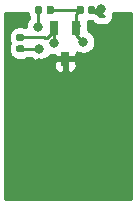
<source format=gbl>
G04 #@! TF.GenerationSoftware,KiCad,Pcbnew,5.1.2-1.fc30*
G04 #@! TF.CreationDate,2019-07-15T00:45:36+02:00*
G04 #@! TF.ProjectId,BadUSB,42616455-5342-42e6-9b69-6361645f7063,rev?*
G04 #@! TF.SameCoordinates,Original*
G04 #@! TF.FileFunction,Copper,L2,Bot*
G04 #@! TF.FilePolarity,Positive*
%FSLAX46Y46*%
G04 Gerber Fmt 4.6, Leading zero omitted, Abs format (unit mm)*
G04 Created by KiCad (PCBNEW 5.1.2-1.fc30) date 2019-07-15 00:45:36*
%MOMM*%
%LPD*%
G04 APERTURE LIST*
%ADD10R,0.650000X1.220000*%
%ADD11C,0.100000*%
%ADD12C,0.590000*%
%ADD13C,0.800000*%
%ADD14C,0.250000*%
%ADD15C,0.254000*%
G04 APERTURE END LIST*
D10*
X92218933Y-46842592D03*
X93168933Y-44222592D03*
X91268933Y-44222592D03*
D11*
G36*
X88595891Y-45723302D02*
G01*
X88610209Y-45725426D01*
X88624250Y-45728943D01*
X88637879Y-45733820D01*
X88650964Y-45740009D01*
X88663380Y-45747450D01*
X88675006Y-45756073D01*
X88685731Y-45765794D01*
X88695452Y-45776519D01*
X88704075Y-45788145D01*
X88711516Y-45800561D01*
X88717705Y-45813646D01*
X88722582Y-45827275D01*
X88726099Y-45841316D01*
X88728223Y-45855634D01*
X88728933Y-45870092D01*
X88728933Y-46165092D01*
X88728223Y-46179550D01*
X88726099Y-46193868D01*
X88722582Y-46207909D01*
X88717705Y-46221538D01*
X88711516Y-46234623D01*
X88704075Y-46247039D01*
X88695452Y-46258665D01*
X88685731Y-46269390D01*
X88675006Y-46279111D01*
X88663380Y-46287734D01*
X88650964Y-46295175D01*
X88637879Y-46301364D01*
X88624250Y-46306241D01*
X88610209Y-46309758D01*
X88595891Y-46311882D01*
X88581433Y-46312592D01*
X88236433Y-46312592D01*
X88221975Y-46311882D01*
X88207657Y-46309758D01*
X88193616Y-46306241D01*
X88179987Y-46301364D01*
X88166902Y-46295175D01*
X88154486Y-46287734D01*
X88142860Y-46279111D01*
X88132135Y-46269390D01*
X88122414Y-46258665D01*
X88113791Y-46247039D01*
X88106350Y-46234623D01*
X88100161Y-46221538D01*
X88095284Y-46207909D01*
X88091767Y-46193868D01*
X88089643Y-46179550D01*
X88088933Y-46165092D01*
X88088933Y-45870092D01*
X88089643Y-45855634D01*
X88091767Y-45841316D01*
X88095284Y-45827275D01*
X88100161Y-45813646D01*
X88106350Y-45800561D01*
X88113791Y-45788145D01*
X88122414Y-45776519D01*
X88132135Y-45765794D01*
X88142860Y-45756073D01*
X88154486Y-45747450D01*
X88166902Y-45740009D01*
X88179987Y-45733820D01*
X88193616Y-45728943D01*
X88207657Y-45725426D01*
X88221975Y-45723302D01*
X88236433Y-45722592D01*
X88581433Y-45722592D01*
X88595891Y-45723302D01*
X88595891Y-45723302D01*
G37*
D12*
X88408933Y-46017592D03*
D11*
G36*
X88595891Y-44753302D02*
G01*
X88610209Y-44755426D01*
X88624250Y-44758943D01*
X88637879Y-44763820D01*
X88650964Y-44770009D01*
X88663380Y-44777450D01*
X88675006Y-44786073D01*
X88685731Y-44795794D01*
X88695452Y-44806519D01*
X88704075Y-44818145D01*
X88711516Y-44830561D01*
X88717705Y-44843646D01*
X88722582Y-44857275D01*
X88726099Y-44871316D01*
X88728223Y-44885634D01*
X88728933Y-44900092D01*
X88728933Y-45195092D01*
X88728223Y-45209550D01*
X88726099Y-45223868D01*
X88722582Y-45237909D01*
X88717705Y-45251538D01*
X88711516Y-45264623D01*
X88704075Y-45277039D01*
X88695452Y-45288665D01*
X88685731Y-45299390D01*
X88675006Y-45309111D01*
X88663380Y-45317734D01*
X88650964Y-45325175D01*
X88637879Y-45331364D01*
X88624250Y-45336241D01*
X88610209Y-45339758D01*
X88595891Y-45341882D01*
X88581433Y-45342592D01*
X88236433Y-45342592D01*
X88221975Y-45341882D01*
X88207657Y-45339758D01*
X88193616Y-45336241D01*
X88179987Y-45331364D01*
X88166902Y-45325175D01*
X88154486Y-45317734D01*
X88142860Y-45309111D01*
X88132135Y-45299390D01*
X88122414Y-45288665D01*
X88113791Y-45277039D01*
X88106350Y-45264623D01*
X88100161Y-45251538D01*
X88095284Y-45237909D01*
X88091767Y-45223868D01*
X88089643Y-45209550D01*
X88088933Y-45195092D01*
X88088933Y-44900092D01*
X88089643Y-44885634D01*
X88091767Y-44871316D01*
X88095284Y-44857275D01*
X88100161Y-44843646D01*
X88106350Y-44830561D01*
X88113791Y-44818145D01*
X88122414Y-44806519D01*
X88132135Y-44795794D01*
X88142860Y-44786073D01*
X88154486Y-44777450D01*
X88166902Y-44770009D01*
X88179987Y-44763820D01*
X88193616Y-44758943D01*
X88207657Y-44755426D01*
X88221975Y-44753302D01*
X88236433Y-44752592D01*
X88581433Y-44752592D01*
X88595891Y-44753302D01*
X88595891Y-44753302D01*
G37*
D12*
X88408933Y-45047592D03*
D11*
G36*
X90140891Y-42403302D02*
G01*
X90155209Y-42405426D01*
X90169250Y-42408943D01*
X90182879Y-42413820D01*
X90195964Y-42420009D01*
X90208380Y-42427450D01*
X90220006Y-42436073D01*
X90230731Y-42445794D01*
X90240452Y-42456519D01*
X90249075Y-42468145D01*
X90256516Y-42480561D01*
X90262705Y-42493646D01*
X90267582Y-42507275D01*
X90271099Y-42521316D01*
X90273223Y-42535634D01*
X90273933Y-42550092D01*
X90273933Y-42895092D01*
X90273223Y-42909550D01*
X90271099Y-42923868D01*
X90267582Y-42937909D01*
X90262705Y-42951538D01*
X90256516Y-42964623D01*
X90249075Y-42977039D01*
X90240452Y-42988665D01*
X90230731Y-42999390D01*
X90220006Y-43009111D01*
X90208380Y-43017734D01*
X90195964Y-43025175D01*
X90182879Y-43031364D01*
X90169250Y-43036241D01*
X90155209Y-43039758D01*
X90140891Y-43041882D01*
X90126433Y-43042592D01*
X89831433Y-43042592D01*
X89816975Y-43041882D01*
X89802657Y-43039758D01*
X89788616Y-43036241D01*
X89774987Y-43031364D01*
X89761902Y-43025175D01*
X89749486Y-43017734D01*
X89737860Y-43009111D01*
X89727135Y-42999390D01*
X89717414Y-42988665D01*
X89708791Y-42977039D01*
X89701350Y-42964623D01*
X89695161Y-42951538D01*
X89690284Y-42937909D01*
X89686767Y-42923868D01*
X89684643Y-42909550D01*
X89683933Y-42895092D01*
X89683933Y-42550092D01*
X89684643Y-42535634D01*
X89686767Y-42521316D01*
X89690284Y-42507275D01*
X89695161Y-42493646D01*
X89701350Y-42480561D01*
X89708791Y-42468145D01*
X89717414Y-42456519D01*
X89727135Y-42445794D01*
X89737860Y-42436073D01*
X89749486Y-42427450D01*
X89761902Y-42420009D01*
X89774987Y-42413820D01*
X89788616Y-42408943D01*
X89802657Y-42405426D01*
X89816975Y-42403302D01*
X89831433Y-42402592D01*
X90126433Y-42402592D01*
X90140891Y-42403302D01*
X90140891Y-42403302D01*
G37*
D12*
X89978933Y-42722592D03*
D11*
G36*
X91110891Y-42403302D02*
G01*
X91125209Y-42405426D01*
X91139250Y-42408943D01*
X91152879Y-42413820D01*
X91165964Y-42420009D01*
X91178380Y-42427450D01*
X91190006Y-42436073D01*
X91200731Y-42445794D01*
X91210452Y-42456519D01*
X91219075Y-42468145D01*
X91226516Y-42480561D01*
X91232705Y-42493646D01*
X91237582Y-42507275D01*
X91241099Y-42521316D01*
X91243223Y-42535634D01*
X91243933Y-42550092D01*
X91243933Y-42895092D01*
X91243223Y-42909550D01*
X91241099Y-42923868D01*
X91237582Y-42937909D01*
X91232705Y-42951538D01*
X91226516Y-42964623D01*
X91219075Y-42977039D01*
X91210452Y-42988665D01*
X91200731Y-42999390D01*
X91190006Y-43009111D01*
X91178380Y-43017734D01*
X91165964Y-43025175D01*
X91152879Y-43031364D01*
X91139250Y-43036241D01*
X91125209Y-43039758D01*
X91110891Y-43041882D01*
X91096433Y-43042592D01*
X90801433Y-43042592D01*
X90786975Y-43041882D01*
X90772657Y-43039758D01*
X90758616Y-43036241D01*
X90744987Y-43031364D01*
X90731902Y-43025175D01*
X90719486Y-43017734D01*
X90707860Y-43009111D01*
X90697135Y-42999390D01*
X90687414Y-42988665D01*
X90678791Y-42977039D01*
X90671350Y-42964623D01*
X90665161Y-42951538D01*
X90660284Y-42937909D01*
X90656767Y-42923868D01*
X90654643Y-42909550D01*
X90653933Y-42895092D01*
X90653933Y-42550092D01*
X90654643Y-42535634D01*
X90656767Y-42521316D01*
X90660284Y-42507275D01*
X90665161Y-42493646D01*
X90671350Y-42480561D01*
X90678791Y-42468145D01*
X90687414Y-42456519D01*
X90697135Y-42445794D01*
X90707860Y-42436073D01*
X90719486Y-42427450D01*
X90731902Y-42420009D01*
X90744987Y-42413820D01*
X90758616Y-42408943D01*
X90772657Y-42405426D01*
X90786975Y-42403302D01*
X90801433Y-42402592D01*
X91096433Y-42402592D01*
X91110891Y-42403302D01*
X91110891Y-42403302D01*
G37*
D12*
X90948933Y-42722592D03*
D11*
G36*
X94620891Y-42403302D02*
G01*
X94635209Y-42405426D01*
X94649250Y-42408943D01*
X94662879Y-42413820D01*
X94675964Y-42420009D01*
X94688380Y-42427450D01*
X94700006Y-42436073D01*
X94710731Y-42445794D01*
X94720452Y-42456519D01*
X94729075Y-42468145D01*
X94736516Y-42480561D01*
X94742705Y-42493646D01*
X94747582Y-42507275D01*
X94751099Y-42521316D01*
X94753223Y-42535634D01*
X94753933Y-42550092D01*
X94753933Y-42895092D01*
X94753223Y-42909550D01*
X94751099Y-42923868D01*
X94747582Y-42937909D01*
X94742705Y-42951538D01*
X94736516Y-42964623D01*
X94729075Y-42977039D01*
X94720452Y-42988665D01*
X94710731Y-42999390D01*
X94700006Y-43009111D01*
X94688380Y-43017734D01*
X94675964Y-43025175D01*
X94662879Y-43031364D01*
X94649250Y-43036241D01*
X94635209Y-43039758D01*
X94620891Y-43041882D01*
X94606433Y-43042592D01*
X94311433Y-43042592D01*
X94296975Y-43041882D01*
X94282657Y-43039758D01*
X94268616Y-43036241D01*
X94254987Y-43031364D01*
X94241902Y-43025175D01*
X94229486Y-43017734D01*
X94217860Y-43009111D01*
X94207135Y-42999390D01*
X94197414Y-42988665D01*
X94188791Y-42977039D01*
X94181350Y-42964623D01*
X94175161Y-42951538D01*
X94170284Y-42937909D01*
X94166767Y-42923868D01*
X94164643Y-42909550D01*
X94163933Y-42895092D01*
X94163933Y-42550092D01*
X94164643Y-42535634D01*
X94166767Y-42521316D01*
X94170284Y-42507275D01*
X94175161Y-42493646D01*
X94181350Y-42480561D01*
X94188791Y-42468145D01*
X94197414Y-42456519D01*
X94207135Y-42445794D01*
X94217860Y-42436073D01*
X94229486Y-42427450D01*
X94241902Y-42420009D01*
X94254987Y-42413820D01*
X94268616Y-42408943D01*
X94282657Y-42405426D01*
X94296975Y-42403302D01*
X94311433Y-42402592D01*
X94606433Y-42402592D01*
X94620891Y-42403302D01*
X94620891Y-42403302D01*
G37*
D12*
X94458933Y-42722592D03*
D11*
G36*
X93650891Y-42403302D02*
G01*
X93665209Y-42405426D01*
X93679250Y-42408943D01*
X93692879Y-42413820D01*
X93705964Y-42420009D01*
X93718380Y-42427450D01*
X93730006Y-42436073D01*
X93740731Y-42445794D01*
X93750452Y-42456519D01*
X93759075Y-42468145D01*
X93766516Y-42480561D01*
X93772705Y-42493646D01*
X93777582Y-42507275D01*
X93781099Y-42521316D01*
X93783223Y-42535634D01*
X93783933Y-42550092D01*
X93783933Y-42895092D01*
X93783223Y-42909550D01*
X93781099Y-42923868D01*
X93777582Y-42937909D01*
X93772705Y-42951538D01*
X93766516Y-42964623D01*
X93759075Y-42977039D01*
X93750452Y-42988665D01*
X93740731Y-42999390D01*
X93730006Y-43009111D01*
X93718380Y-43017734D01*
X93705964Y-43025175D01*
X93692879Y-43031364D01*
X93679250Y-43036241D01*
X93665209Y-43039758D01*
X93650891Y-43041882D01*
X93636433Y-43042592D01*
X93341433Y-43042592D01*
X93326975Y-43041882D01*
X93312657Y-43039758D01*
X93298616Y-43036241D01*
X93284987Y-43031364D01*
X93271902Y-43025175D01*
X93259486Y-43017734D01*
X93247860Y-43009111D01*
X93237135Y-42999390D01*
X93227414Y-42988665D01*
X93218791Y-42977039D01*
X93211350Y-42964623D01*
X93205161Y-42951538D01*
X93200284Y-42937909D01*
X93196767Y-42923868D01*
X93194643Y-42909550D01*
X93193933Y-42895092D01*
X93193933Y-42550092D01*
X93194643Y-42535634D01*
X93196767Y-42521316D01*
X93200284Y-42507275D01*
X93205161Y-42493646D01*
X93211350Y-42480561D01*
X93218791Y-42468145D01*
X93227414Y-42456519D01*
X93237135Y-42445794D01*
X93247860Y-42436073D01*
X93259486Y-42427450D01*
X93271902Y-42420009D01*
X93284987Y-42413820D01*
X93298616Y-42408943D01*
X93312657Y-42405426D01*
X93326975Y-42403302D01*
X93341433Y-42402592D01*
X93636433Y-42402592D01*
X93650891Y-42403302D01*
X93650891Y-42403302D01*
G37*
D12*
X93488933Y-42722592D03*
D13*
X91270000Y-45540000D03*
X93750000Y-45410000D03*
X90015083Y-47250598D03*
X95290000Y-42680000D03*
X90010739Y-46017592D03*
X89902378Y-44185802D03*
D14*
X90693933Y-45082592D02*
X91268933Y-44507592D01*
X90478933Y-45082592D02*
X90693933Y-45082592D01*
X90443933Y-45047592D02*
X90478933Y-45082592D01*
X88408933Y-45047592D02*
X90443933Y-45047592D01*
X91268933Y-44507592D02*
X91268933Y-44222592D01*
X91268933Y-44222592D02*
X91268933Y-45538933D01*
X91268933Y-45538933D02*
X91270000Y-45540000D01*
X93168933Y-43042592D02*
X93488933Y-42722592D01*
X93168933Y-44222592D02*
X93168933Y-43042592D01*
X93488933Y-42722592D02*
X90948933Y-42722592D01*
X93351525Y-44040000D02*
X93168933Y-44222592D01*
X93361525Y-44030000D02*
X93168933Y-44222592D01*
X93168933Y-44222592D02*
X93168933Y-44828933D01*
X93168933Y-44828933D02*
X93750000Y-45410000D01*
X92368933Y-46992592D02*
X92218933Y-46842592D01*
X92218933Y-47127592D02*
X92058090Y-47288435D01*
X92218933Y-46842592D02*
X92218933Y-47127592D01*
X92218933Y-46842592D02*
X90460926Y-46842592D01*
X90460926Y-46842592D02*
X90192193Y-47111325D01*
X90192193Y-47111325D02*
X90154356Y-47111325D01*
X90154356Y-47111325D02*
X90015083Y-47250598D01*
X94458933Y-42722592D02*
X95082468Y-42722592D01*
X95205200Y-42955200D02*
X95510000Y-43260000D01*
X95205200Y-42524800D02*
X95205200Y-42955200D01*
X95150687Y-43260000D02*
X95510000Y-43260000D01*
X94458933Y-42722592D02*
X94613280Y-42722592D01*
X95007408Y-42722592D02*
X95205200Y-42524800D01*
X94458933Y-42722592D02*
X95007408Y-42722592D01*
X95205200Y-42626400D02*
X94861144Y-42970456D01*
X95205200Y-42524800D02*
X95205200Y-42626400D01*
X94613280Y-42722592D02*
X94861144Y-42970456D01*
X94861144Y-42970456D02*
X95150687Y-43260000D01*
X88408933Y-46017592D02*
X90010739Y-46017592D01*
X89902378Y-42799147D02*
X89978933Y-42722592D01*
X89902378Y-44185802D02*
X89902378Y-42799147D01*
D15*
G36*
X89060956Y-43048349D02*
G01*
X89105659Y-43195717D01*
X89142379Y-43264414D01*
X89142379Y-43482090D01*
X89098441Y-43526028D01*
X88985173Y-43695546D01*
X88907152Y-43883904D01*
X88867378Y-44083863D01*
X88867378Y-44169865D01*
X88734690Y-44129615D01*
X88581433Y-44114520D01*
X88236433Y-44114520D01*
X88083176Y-44129615D01*
X87935808Y-44174318D01*
X87799993Y-44246913D01*
X87680950Y-44344609D01*
X87583254Y-44463652D01*
X87510659Y-44599467D01*
X87465956Y-44746835D01*
X87450861Y-44900092D01*
X87450861Y-45195092D01*
X87465956Y-45348349D01*
X87510659Y-45495717D01*
X87530369Y-45532592D01*
X87510659Y-45569467D01*
X87465956Y-45716835D01*
X87450861Y-45870092D01*
X87450861Y-46165092D01*
X87465956Y-46318349D01*
X87510659Y-46465717D01*
X87583254Y-46601532D01*
X87680950Y-46720575D01*
X87799993Y-46818271D01*
X87935808Y-46890866D01*
X88083176Y-46935569D01*
X88236433Y-46950664D01*
X88581433Y-46950664D01*
X88734690Y-46935569D01*
X88882058Y-46890866D01*
X89017873Y-46818271D01*
X89067441Y-46777592D01*
X89307028Y-46777592D01*
X89350965Y-46821529D01*
X89520483Y-46934797D01*
X89708841Y-47012818D01*
X89908800Y-47052592D01*
X90112678Y-47052592D01*
X90312637Y-47012818D01*
X90500995Y-46934797D01*
X90670513Y-46821529D01*
X90814676Y-46677366D01*
X90922321Y-46516263D01*
X90968102Y-46535226D01*
X91168061Y-46575000D01*
X91277091Y-46575000D01*
X91417683Y-46715592D01*
X92091933Y-46715592D01*
X92091933Y-46695592D01*
X92345933Y-46695592D01*
X92345933Y-46715592D01*
X93020183Y-46715592D01*
X93178933Y-46556842D01*
X93181603Y-46274993D01*
X93259744Y-46327205D01*
X93448102Y-46405226D01*
X93648061Y-46445000D01*
X93851939Y-46445000D01*
X94051898Y-46405226D01*
X94240256Y-46327205D01*
X94409774Y-46213937D01*
X94553937Y-46069774D01*
X94667205Y-45900256D01*
X94745226Y-45711898D01*
X94785000Y-45511939D01*
X94785000Y-45308061D01*
X94745226Y-45108102D01*
X94667205Y-44919744D01*
X94553937Y-44750226D01*
X94409774Y-44606063D01*
X94240256Y-44492795D01*
X94132005Y-44447956D01*
X94132005Y-43657630D01*
X94158176Y-43665569D01*
X94311433Y-43680664D01*
X94496550Y-43680664D01*
X94586883Y-43770996D01*
X94610686Y-43800001D01*
X94726411Y-43894974D01*
X94858440Y-43965546D01*
X95001701Y-44009003D01*
X95113354Y-44020000D01*
X95113362Y-44020000D01*
X95150685Y-44023676D01*
X95188008Y-44020000D01*
X95472676Y-44020000D01*
X95509999Y-44023676D01*
X95547322Y-44020000D01*
X95547333Y-44020000D01*
X95658986Y-44009003D01*
X95802247Y-43965546D01*
X95934276Y-43894974D01*
X96050001Y-43800001D01*
X96144974Y-43684276D01*
X96215546Y-43552247D01*
X96259003Y-43408986D01*
X96273677Y-43260000D01*
X96259003Y-43111014D01*
X96247479Y-43073025D01*
X96283941Y-42985000D01*
X97805001Y-42985000D01*
X97805000Y-58693000D01*
X87105000Y-58693000D01*
X87105000Y-47452592D01*
X91255861Y-47452592D01*
X91268121Y-47577074D01*
X91304431Y-47696772D01*
X91363396Y-47807086D01*
X91442748Y-47903777D01*
X91539439Y-47983129D01*
X91649753Y-48042094D01*
X91769451Y-48078404D01*
X91893933Y-48090664D01*
X91933183Y-48087592D01*
X92091933Y-47928842D01*
X92091933Y-46969592D01*
X92345933Y-46969592D01*
X92345933Y-47928842D01*
X92504683Y-48087592D01*
X92543933Y-48090664D01*
X92668415Y-48078404D01*
X92788113Y-48042094D01*
X92898427Y-47983129D01*
X92995118Y-47903777D01*
X93074470Y-47807086D01*
X93133435Y-47696772D01*
X93169745Y-47577074D01*
X93182005Y-47452592D01*
X93178933Y-47128342D01*
X93020183Y-46969592D01*
X92345933Y-46969592D01*
X92091933Y-46969592D01*
X91417683Y-46969592D01*
X91258933Y-47128342D01*
X91255861Y-47452592D01*
X87105000Y-47452592D01*
X87105000Y-42985000D01*
X89054716Y-42985000D01*
X89060956Y-43048349D01*
X89060956Y-43048349D01*
G37*
X89060956Y-43048349D02*
X89105659Y-43195717D01*
X89142379Y-43264414D01*
X89142379Y-43482090D01*
X89098441Y-43526028D01*
X88985173Y-43695546D01*
X88907152Y-43883904D01*
X88867378Y-44083863D01*
X88867378Y-44169865D01*
X88734690Y-44129615D01*
X88581433Y-44114520D01*
X88236433Y-44114520D01*
X88083176Y-44129615D01*
X87935808Y-44174318D01*
X87799993Y-44246913D01*
X87680950Y-44344609D01*
X87583254Y-44463652D01*
X87510659Y-44599467D01*
X87465956Y-44746835D01*
X87450861Y-44900092D01*
X87450861Y-45195092D01*
X87465956Y-45348349D01*
X87510659Y-45495717D01*
X87530369Y-45532592D01*
X87510659Y-45569467D01*
X87465956Y-45716835D01*
X87450861Y-45870092D01*
X87450861Y-46165092D01*
X87465956Y-46318349D01*
X87510659Y-46465717D01*
X87583254Y-46601532D01*
X87680950Y-46720575D01*
X87799993Y-46818271D01*
X87935808Y-46890866D01*
X88083176Y-46935569D01*
X88236433Y-46950664D01*
X88581433Y-46950664D01*
X88734690Y-46935569D01*
X88882058Y-46890866D01*
X89017873Y-46818271D01*
X89067441Y-46777592D01*
X89307028Y-46777592D01*
X89350965Y-46821529D01*
X89520483Y-46934797D01*
X89708841Y-47012818D01*
X89908800Y-47052592D01*
X90112678Y-47052592D01*
X90312637Y-47012818D01*
X90500995Y-46934797D01*
X90670513Y-46821529D01*
X90814676Y-46677366D01*
X90922321Y-46516263D01*
X90968102Y-46535226D01*
X91168061Y-46575000D01*
X91277091Y-46575000D01*
X91417683Y-46715592D01*
X92091933Y-46715592D01*
X92091933Y-46695592D01*
X92345933Y-46695592D01*
X92345933Y-46715592D01*
X93020183Y-46715592D01*
X93178933Y-46556842D01*
X93181603Y-46274993D01*
X93259744Y-46327205D01*
X93448102Y-46405226D01*
X93648061Y-46445000D01*
X93851939Y-46445000D01*
X94051898Y-46405226D01*
X94240256Y-46327205D01*
X94409774Y-46213937D01*
X94553937Y-46069774D01*
X94667205Y-45900256D01*
X94745226Y-45711898D01*
X94785000Y-45511939D01*
X94785000Y-45308061D01*
X94745226Y-45108102D01*
X94667205Y-44919744D01*
X94553937Y-44750226D01*
X94409774Y-44606063D01*
X94240256Y-44492795D01*
X94132005Y-44447956D01*
X94132005Y-43657630D01*
X94158176Y-43665569D01*
X94311433Y-43680664D01*
X94496550Y-43680664D01*
X94586883Y-43770996D01*
X94610686Y-43800001D01*
X94726411Y-43894974D01*
X94858440Y-43965546D01*
X95001701Y-44009003D01*
X95113354Y-44020000D01*
X95113362Y-44020000D01*
X95150685Y-44023676D01*
X95188008Y-44020000D01*
X95472676Y-44020000D01*
X95509999Y-44023676D01*
X95547322Y-44020000D01*
X95547333Y-44020000D01*
X95658986Y-44009003D01*
X95802247Y-43965546D01*
X95934276Y-43894974D01*
X96050001Y-43800001D01*
X96144974Y-43684276D01*
X96215546Y-43552247D01*
X96259003Y-43408986D01*
X96273677Y-43260000D01*
X96259003Y-43111014D01*
X96247479Y-43073025D01*
X96283941Y-42985000D01*
X97805001Y-42985000D01*
X97805000Y-58693000D01*
X87105000Y-58693000D01*
X87105000Y-47452592D01*
X91255861Y-47452592D01*
X91268121Y-47577074D01*
X91304431Y-47696772D01*
X91363396Y-47807086D01*
X91442748Y-47903777D01*
X91539439Y-47983129D01*
X91649753Y-48042094D01*
X91769451Y-48078404D01*
X91893933Y-48090664D01*
X91933183Y-48087592D01*
X92091933Y-47928842D01*
X92091933Y-46969592D01*
X92345933Y-46969592D01*
X92345933Y-47928842D01*
X92504683Y-48087592D01*
X92543933Y-48090664D01*
X92668415Y-48078404D01*
X92788113Y-48042094D01*
X92898427Y-47983129D01*
X92995118Y-47903777D01*
X93074470Y-47807086D01*
X93133435Y-47696772D01*
X93169745Y-47577074D01*
X93182005Y-47452592D01*
X93178933Y-47128342D01*
X93020183Y-46969592D01*
X92345933Y-46969592D01*
X92091933Y-46969592D01*
X91417683Y-46969592D01*
X91258933Y-47128342D01*
X91255861Y-47452592D01*
X87105000Y-47452592D01*
X87105000Y-42985000D01*
X89054716Y-42985000D01*
X89060956Y-43048349D01*
M02*

</source>
